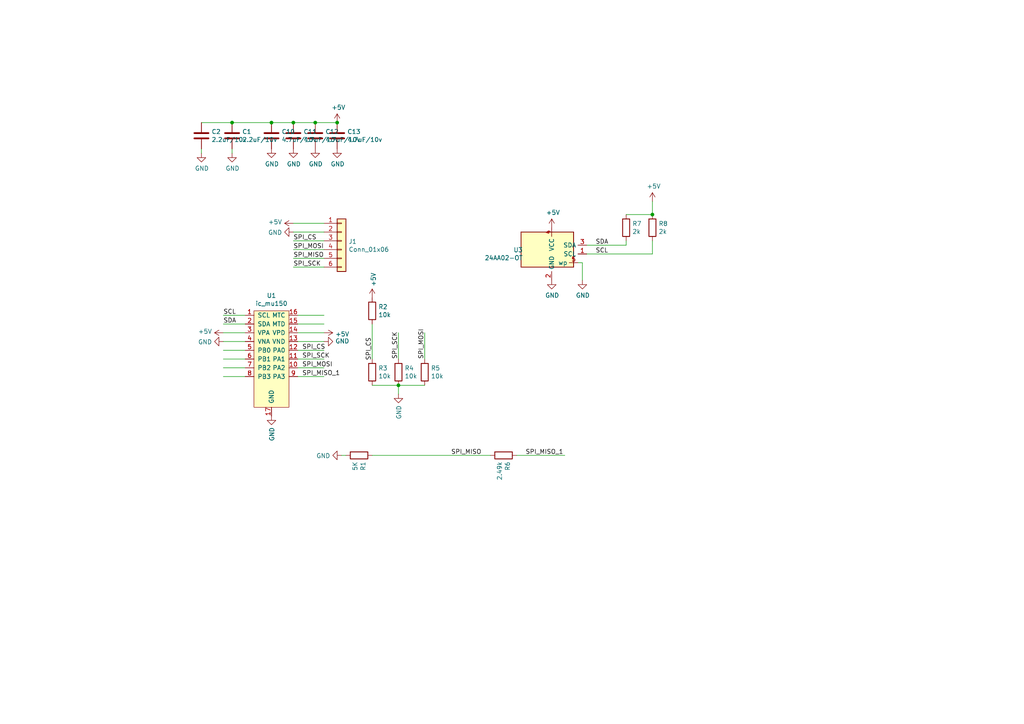
<source format=kicad_sch>
(kicad_sch (version 20231120) (generator "eeschema") (generator_version "8.0")
  (paper "A4")
  (lib_symbols
    (symbol "Connector_Generic:Conn_01x06" (pin_names (offset 1.016) hide)
      (property "Reference" "J" (at 0 7.62 0))
      (property "Value" "Conn_01x06" (at 0 -10.16 0))
      (symbol "Conn_01x06_1_1"
        (rectangle (start -1.27 -7.493) (end 0 -7.747) (stroke (width 0.1524)))
        (rectangle (start -1.27 -4.953) (end 0 -5.207) (stroke (width 0.1524)))
        (rectangle (start -1.27 -2.413) (end 0 -2.667) (stroke (width 0.1524)))
        (rectangle (start -1.27 0.127) (end 0 -0.127) (stroke (width 0.1524)))
        (rectangle (start -1.27 2.667) (end 0 2.413) (stroke (width 0.1524)))
        (rectangle (start -1.27 5.207) (end 0 4.953) (stroke (width 0.1524)))
        (rectangle (start -1.27 6.35) (end 1.27 -8.89) (stroke (width 0.254)) (fill (type background)))
        (pin passive line (at -5.08 5.08 0) (length 3.81) (name "Pin_1") (number "1"))
        (pin passive line (at -5.08 2.54 0) (length 3.81) (name "Pin_2") (number "2"))
        (pin passive line (at -5.08 0 0) (length 3.81) (name "Pin_3") (number "3"))
        (pin passive line (at -5.08 -2.54 0) (length 3.81) (name "Pin_4") (number "4"))
        (pin passive line (at -5.08 -5.08 0) (length 3.81) (name "Pin_5") (number "5"))
        (pin passive line (at -5.08 -7.62 0) (length 3.81) (name "Pin_6") (number "6"))
      )
    )
    (symbol "Device:C" (pin_numbers hide) (pin_names (offset 0.254))
      (property "Reference" "C" (at 0.635 2.54 0))
      (property "Value" "C" (at 0.635 -2.54 0))
      (symbol "C_0_1"
        (polyline (pts (xy -2.032 -0.762) (xy 2.032 -0.762)) (stroke (width 0.508)))
        (polyline (pts (xy -2.032 0.762) (xy 2.032 0.762)) (stroke (width 0.508)))
      )
      (symbol "C_1_1"
        (pin passive line (at 0 3.81 270) (length 2.794) (name "~") (number "1"))
        (pin passive line (at 0 -3.81 90) (length 2.794) (name "~") (number "2"))
      )
    )
    (symbol "Device:R" (pin_numbers hide) (pin_names (offset 0))
      (property "Reference" "R" (at 2.032 0 90))
      (property "Value" "R" (at 0 0 90))
      (symbol "R_0_1"
        (rectangle (start -1.016 -2.54) (end 1.016 2.54) (stroke (width 0.254)))
      )
      (symbol "R_1_1"
        (pin passive line (at 0 3.81 270) (length 1.27) (name "~") (number "1"))
        (pin passive line (at 0 -3.81 90) (length 1.27) (name "~") (number "2"))
      )
    )
    (symbol "new_0ffaxis-rescue:+5V-power" (power) (pin_names (offset 0))
      (property "Value" "power_+5V" (at 0 3.556 0))
      (symbol "+5V-power_0_1"
        (polyline (pts (xy -0.762 1.27) (xy 0 2.54)))
        (polyline (pts (xy 0 0) (xy 0 2.54)))
        (polyline (pts (xy 0 2.54) (xy 0.762 1.27)))
      )
      (symbol "+5V-power_1_1"
        (pin power_in line (at 0 0 90) (length 0) hide (name "+5V") (number "1"))
      )
    )
    (symbol "new_0ffaxis-rescue:+6V-power" (power) (pin_names (offset 0))
      (property "Value" "power_+6V" (at 0 3.556 0))
      (symbol "+6V-power_0_1"
        (polyline (pts (xy -0.762 1.27) (xy 0 2.54)))
        (polyline (pts (xy 0 0) (xy 0 2.54)))
        (polyline (pts (xy 0 2.54) (xy 0.762 1.27)))
      )
      (symbol "+6V-power_1_1"
        (pin power_in line (at 0 0 90) (length 0) hide (name "+6V") (number "1"))
      )
    )
    (symbol "new_0ffaxis-rescue:24AA02-OT-Memory_EEPROM"
      (property "Reference" "U3" (at -8.3566 1.1684 0))
      (property "Value" "24AA02-OT" (at -8.3566 -1.143 0))
      (symbol "24AA02-OT-Memory_EEPROM_1_1"
        (rectangle (start -8.89 6.35) (end 6.35 -3.81) (stroke (width 0.254)) (fill (type background)))
        (pin input line (at 10.16 0 180) (length 2.54) (name "SCL") (number "1"))
        (pin power_in line (at 0 -7.62 90) (length 2.54) (name "GND") (number "2"))
        (pin bidirectional line (at 10.16 2.54 180) (length 2.54) (name "SDA") (number "3"))
        (pin power_in line (at 0 7.62 270) (length 2.54) (name "VCC") (number "4"))
        (pin input line (at 7.62 -2.54 180) (length 2.54) (name "wp") (number "5"))
      )
    )
    (symbol "new_0ffaxis-rescue:GND-power" (power) (pin_names (offset 0))
      (property "Value" "power_GND" (at 0 -3.81 0))
      (symbol "GND-power_0_1"
        (polyline (pts (xy 0 0) (xy 0 -1.27) (xy 1.27 -1.27) (xy 0 -2.54) (xy -1.27 -1.27) (xy 0 -1.27)))
      )
      (symbol "GND-power_1_1"
        (pin power_in line (at 0 0 270) (length 0) hide (name "GND") (number "1"))
      )
    )
    (symbol "new_0ffaxis-rescue:ic_mu150-my_Library" (pin_names (offset 1.016))
      (property "Reference" "U" (at -1.27 11.43 0))
      (property "Value" "ic_mu150-my_Library" (at 0 -12.7 0))
      (symbol "ic_mu150-my_Library_0_1"
        (rectangle (start -5.08 8.89) (end 5.08 -19.05) (fill (type background)))
      )
      (symbol "ic_mu150-my_Library_1_1"
        (pin output line (at -7.62 7.62 0) (length 2.54) (name "SCL") (number "1"))
        (pin input line (at 7.62 -7.62 180) (length 2.54) (name "PA2") (number "10"))
        (pin input line (at 7.62 -5.08 180) (length 2.54) (name "PA1") (number "11"))
        (pin input line (at 7.62 -2.54 180) (length 2.54) (name "PA0") (number "12"))
        (pin power_in line (at 7.62 0 180) (length 2.54) (name "VND") (number "13"))
        (pin power_in line (at 7.62 2.54 180) (length 2.54) (name "VPD") (number "14"))
        (pin passive line (at 7.62 5.08 180) (length 2.54) (name "MTD") (number "15"))
        (pin passive line (at 7.62 7.62 180) (length 2.54) (name "MTC") (number "16"))
        (pin power_in line (at 0 -21.59 90) (length 2.54) (name "GND") (number "17"))
        (pin bidirectional line (at -7.62 5.08 0) (length 2.54) (name "SDA") (number "2"))
        (pin power_in line (at -7.62 2.54 0) (length 2.54) (name "VPA") (number "3"))
        (pin power_in line (at -7.62 0 0) (length 2.54) (name "VNA") (number "4"))
        (pin output line (at -7.62 -2.54 0) (length 2.54) (name "PB0") (number "5"))
        (pin output line (at -7.62 -5.08 0) (length 2.54) (name "PB1") (number "6"))
        (pin output line (at -7.62 -7.62 0) (length 2.54) (name "PB2") (number "7"))
        (pin output line (at -7.62 -10.16 0) (length 2.54) (name "PB3") (number "8"))
        (pin output line (at 7.62 -10.16 180) (length 2.54) (name "PA3") (number "9"))
      )
    )
  )
  (junction (at 78.74 35.56))
  (junction (at 91.44 35.56))
  (junction (at 67.31 35.56))
  (junction (at 189.23 62.23))
  (junction (at 115.57 111.76))
  (junction (at 97.79 35.56))
  (junction (at 85.09 35.56))
  (wire (pts (xy 86.36 91.44) (xy 93.98 91.44)))
  (wire (pts (xy 67.31 43.18) (xy 67.31 44.45)))
  (wire (pts (xy 107.95 111.76) (xy 115.57 111.76)))
  (wire (pts (xy 115.57 114.3) (xy 115.57 111.76)))
  (wire (pts (xy 86.36 96.52) (xy 93.98 96.52)))
  (wire (pts (xy 71.12 91.44) (xy 64.77 91.44)))
  (wire (pts (xy 168.91 76.2) (xy 168.91 81.28)))
  (wire (pts (xy 107.95 132.08) (xy 142.24 132.08)))
  (wire (pts (xy 189.23 73.66) (xy 189.23 69.85)))
  (wire (pts (xy 71.12 106.68) (xy 64.77 106.68)))
  (wire (pts (xy 170.18 73.66) (xy 189.23 73.66)))
  (wire (pts (xy 71.12 96.52) (xy 64.77 96.52)))
  (wire (pts (xy 71.12 104.14) (xy 64.77 104.14)))
  (wire (pts (xy 71.12 93.98) (xy 64.77 93.98)))
  (wire (pts (xy 86.36 101.6) (xy 93.98 101.6)))
  (wire (pts (xy 167.64 76.2) (xy 168.91 76.2)))
  (wire (pts (xy 170.18 71.12) (xy 181.61 71.12)))
  (wire (pts (xy 123.19 104.14) (xy 123.19 96.52)))
  (wire (pts (xy 91.44 35.56) (xy 97.79 35.56)))
  (wire (pts (xy 86.36 93.98) (xy 93.98 93.98)))
  (wire (pts (xy 93.98 67.31) (xy 85.09 67.31)))
  (wire (pts (xy 181.61 71.12) (xy 181.61 69.85)))
  (wire (pts (xy 58.42 43.18) (xy 58.42 44.45)))
  (wire (pts (xy 181.61 62.23) (xy 189.23 62.23)))
  (wire (pts (xy 107.95 93.98) (xy 107.95 104.14)))
  (wire (pts (xy 78.74 35.56) (xy 85.09 35.56)))
  (wire (pts (xy 115.57 111.76) (xy 123.19 111.76)))
  (wire (pts (xy 86.36 109.22) (xy 93.98 109.22)))
  (wire (pts (xy 71.12 99.06) (xy 64.77 99.06)))
  (wire (pts (xy 71.12 109.22) (xy 64.77 109.22)))
  (wire (pts (xy 115.57 104.14) (xy 115.57 96.52)))
  (wire (pts (xy 71.12 101.6) (xy 64.77 101.6)))
  (wire (pts (xy 100.33 132.08) (xy 99.06 132.08)))
  (wire (pts (xy 86.36 99.06) (xy 93.98 99.06)))
  (wire (pts (xy 67.31 35.56) (xy 78.74 35.56)))
  (wire (pts (xy 86.36 106.68) (xy 93.98 106.68)))
  (wire (pts (xy 149.86 132.08) (xy 163.83 132.08)))
  (wire (pts (xy 85.09 35.56) (xy 91.44 35.56)))
  (wire (pts (xy 58.42 35.56) (xy 67.31 35.56)))
  (wire (pts (xy 86.36 104.14) (xy 93.98 104.14)))
  (wire (pts (xy 93.98 77.47) (xy 85.09 77.47)))
  (wire (pts (xy 93.98 74.93) (xy 85.09 74.93)))
  (wire (pts (xy 93.98 64.77) (xy 85.09 64.77)))
  (wire (pts (xy 189.23 58.42) (xy 189.23 62.23)))
  (wire (pts (xy 93.98 69.85) (xy 85.09 69.85)))
  (wire (pts (xy 93.98 72.39) (xy 85.09 72.39)))
  (label "SCL" (at 64.77 91.44 0))
  (label "SPI_MISO_1" (at 152.4 132.08 0))
  (label "SPI_SCK" (at 85.09 77.47 0))
  (label "SDA" (at 64.77 93.98 0))
  (label "SPI_MISO" (at 85.09 74.93 0))
  (label "SPI_CS" (at 85.09 69.85 0))
  (label "SPI_MOSI" (at 123.19 104.14 90))
  (label "SDA" (at 172.72 71.12 0))
  (label "SCL" (at 172.72 73.66 0))
  (label "SPI_MOSI" (at 85.09 72.39 0))
  (label "SPI_MISO_1" (at 87.63 109.22 0))
  (label "SPI_CS" (at 107.95 97.79 270))
  (label "SPI_SCK" (at 115.57 104.14 90))
  (label "SPI_MOSI" (at 87.63 106.68 0))
  (label "SPI_MISO" (at 130.81 132.08 0))
  (label "SPI_CS" (at 87.63 101.6 0))
  (label "SPI_SCK" (at 87.63 104.14 0))
  (symbol (lib_id "Device:C") (at 58.42 39.37 0) (unit 1)
    (property "Reference" "C2" (at 61.341 38.2016 0) (effects (justify left)))
    (property "Value" "2.2uF/10v" (at 61.341 40.513 0) (effects (justify left)))
    (property "Footprint" "Capacitor_SMD:C_0201_0603Metric" (effects (hide yes)))
  )
  (symbol (lib_id "new_0ffaxis-rescue:+6V-power") (at 85.09 64.77 90) (unit 1)
    (property "Reference" "#PWR08" (effects (hide yes)))
    (property "Value" "+5V" (at 81.8388 64.389 90) (effects (justify left)))
  )
  (symbol (lib_id "Device:C") (at 97.79 39.37 0) (unit 1)
    (property "Reference" "C13" (at 100.711 38.2016 0) (effects (justify left)))
    (property "Value" "4.7uF/10v" (at 100.711 40.513 0) (effects (justify left)))
    (property "Footprint" "Capacitor_SMD:C_0402_1005Metric" (effects (hide yes)))
  )
  (symbol (lib_id "new_0ffaxis-rescue:GND-power") (at 78.74 120.65 0) (unit 1)
    (property "Reference" "#PWR06" (effects (hide yes)))
    (property "Value" "GND" (at 78.867 123.9012 90) (effects (justify right)))
  )
  (symbol (lib_id "new_0ffaxis-rescue:+5V-power") (at 107.95 86.36 0) (unit 1)
    (property "Reference" "#PWR013" (effects (hide yes)))
    (property "Value" "+5V" (at 108.331 83.1088 90) (effects (justify left)))
  )
  (symbol (lib_id "Device:R") (at 181.61 66.04 0) (unit 1)
    (property "Reference" "R7" (at 183.388 64.8716 0) (effects (justify left)))
    (property "Value" "2k" (at 183.388 67.183 0) (effects (justify left)))
    (property "Footprint" "Resistor_SMD:R_0402_1005Metric" (effects (hide yes)))
  )
  (symbol (lib_id "Device:R") (at 107.95 107.95 0) (unit 1)
    (property "Reference" "R3" (at 109.728 106.7816 0) (effects (justify left)))
    (property "Value" "10k" (at 109.728 109.093 0) (effects (justify left)))
    (property "Footprint" "Resistor_SMD:R_0402_1005Metric" (effects (hide yes)))
  )
  (symbol (lib_id "Connector_Generic:Conn_01x06") (at 99.06 69.85 0) (unit 1)
    (property "Reference" "J1" (at 101.092 70.0532 0) (effects (justify left)))
    (property "Value" "Conn_01x06" (at 101.092 72.3646 0) (effects (justify left)))
    (property "Footprint" "Connector_PinSocket_1.27mm:PinSocket_1x06_P1.27mm_Vertical" (effects (hide yes)))
  )
  (symbol (lib_id "new_0ffaxis-rescue:GND-power") (at 115.57 114.3 0) (unit 1)
    (property "Reference" "#PWR014" (effects (hide yes)))
    (property "Value" "GND" (at 115.697 117.5512 90) (effects (justify right)))
  )
  (symbol (lib_id "new_0ffaxis-rescue:GND-power") (at 85.09 43.18 0) (unit 1)
    (property "Reference" "#PWR021" (effects (hide yes)))
    (property "Value" "GND" (at 85.217 47.5742 0))
  )
  (symbol (lib_id "Device:C") (at 85.09 39.37 0) (unit 1)
    (property "Reference" "C11" (at 88.011 38.2016 0) (effects (justify left)))
    (property "Value" "4.7uF/10v" (at 88.011 40.513 0) (effects (justify left)))
    (property "Footprint" "Capacitor_SMD:C_0402_1005Metric" (effects (hide yes)))
  )
  (symbol (lib_id "new_0ffaxis-rescue:GND-power") (at 91.44 43.18 0) (unit 1)
    (property "Reference" "#PWR024" (effects (hide yes)))
    (property "Value" "GND" (at 91.567 47.5742 0))
  )
  (symbol (lib_id "new_0ffaxis-rescue:GND-power") (at 58.42 44.45 0) (unit 1)
    (property "Reference" "#PWR01" (effects (hide yes)))
    (property "Value" "GND" (at 58.547 48.8442 0))
  )
  (symbol (lib_id "new_0ffaxis-rescue:+5V-power") (at 189.23 58.42 0) (unit 1)
    (property "Reference" "#PWR027" (effects (hide yes)))
    (property "Value" "+5V" (at 189.611 54.0258 0))
  )
  (symbol (lib_id "new_0ffaxis-rescue:+5V-power") (at 160.02 66.04 0) (unit 1)
    (property "Reference" "#PWR022" (effects (hide yes)))
    (property "Value" "+5V" (at 160.401 61.6458 0))
  )
  (symbol (lib_id "new_0ffaxis-rescue:GND-power") (at 99.06 132.08 270) (unit 1)
    (property "Reference" "#PWR012" (effects (hide yes)))
    (property "Value" "GND" (at 95.8088 132.207 90) (effects (justify right)))
  )
  (symbol (lib_id "new_0ffaxis-rescue:GND-power") (at 78.74 43.18 0) (unit 1)
    (property "Reference" "#PWR020" (effects (hide yes)))
    (property "Value" "GND" (at 78.867 47.5742 0))
  )
  (symbol (lib_id "new_0ffaxis-rescue:+5V-power") (at 93.98 96.52 270) (unit 1)
    (property "Reference" "#PWR010" (effects (hide yes)))
    (property "Value" "+5V" (at 97.2312 96.901 90) (effects (justify left)))
  )
  (symbol (lib_id "new_0ffaxis-rescue:GND-power") (at 160.02 81.28 0) (unit 1)
    (property "Reference" "#PWR023" (effects (hide yes)))
    (property "Value" "GND" (at 160.147 85.6742 0))
  )
  (symbol (lib_id "new_0ffaxis-rescue:GND-power") (at 97.79 43.18 0) (unit 1)
    (property "Reference" "#PWR026" (effects (hide yes)))
    (property "Value" "GND" (at 97.917 47.5742 0))
  )
  (symbol (lib_id "new_0ffaxis-rescue:GND-power") (at 64.77 99.06 270) (unit 1)
    (property "Reference" "#PWR03" (effects (hide yes)))
    (property "Value" "GND" (at 61.5188 99.187 90) (effects (justify right)))
  )
  (symbol (lib_id "Device:R") (at 146.05 132.08 270) (unit 1)
    (property "Reference" "R6" (at 147.2184 133.858 0) (effects (justify left)))
    (property "Value" "2.49k" (at 144.907 133.858 0) (effects (justify left)))
    (property "Footprint" "Resistor_SMD:R_0402_1005Metric" (effects (hide yes)))
  )
  (symbol (lib_id "new_0ffaxis-rescue:ic_mu150-my_Library") (at 78.74 99.06 0) (unit 1)
    (property "Reference" "U1" (at 78.74 85.725 0))
    (property "Value" "ic_mu150" (at 78.74 88.0364 0))
    (property "Footprint" "Package_DFN_QFN:DFN-16-1EP_5x5mm_P0.5mm_EP3.46x4mm" (effects (hide yes)))
  )
  (symbol (lib_id "Device:R") (at 107.95 90.17 0) (unit 1)
    (property "Reference" "R2" (at 109.728 89.0016 0) (effects (justify left)))
    (property "Value" "10k" (at 109.728 91.313 0) (effects (justify left)))
    (property "Footprint" "Resistor_SMD:R_0402_1005Metric" (effects (hide yes)))
  )
  (symbol (lib_id "new_0ffaxis-rescue:GND-power") (at 93.98 99.06 90) (unit 1)
    (property "Reference" "#PWR011" (effects (hide yes)))
    (property "Value" "GND" (at 97.2312 98.933 90) (effects (justify right)))
  )
  (symbol (lib_id "new_0ffaxis-rescue:24AA02-OT-Memory_EEPROM") (at 160.02 73.66 0) (unit 1)
    (property "Reference" "U3" (at 151.6634 72.4916 0) (effects (justify right)))
    (property "Value" "24AA02-OT" (at 151.6634 74.803 0) (effects (justify right)))
    (property "Footprint" "Package_TO_SOT_SMD:SOT-23-5" (effects (hide yes)))
    (property "Datasheet" "http://ww1.microchip.com/downloads/en/DeviceDoc/21709J.pdf" (effects (hide yes)))
  )
  (symbol (lib_id "new_0ffaxis-rescue:GND-power") (at 85.09 67.31 270) (unit 1)
    (property "Reference" "#PWR09" (effects (hide yes)))
    (property "Value" "GND" (at 81.8388 67.437 90) (effects (justify right)))
  )
  (symbol (lib_id "Device:R") (at 115.57 107.95 0) (unit 1)
    (property "Reference" "R4" (at 117.348 106.7816 0) (effects (justify left)))
    (property "Value" "10k" (at 117.348 109.093 0) (effects (justify left)))
    (property "Footprint" "Resistor_SMD:R_0402_1005Metric" (effects (hide yes)))
  )
  (symbol (lib_id "new_0ffaxis-rescue:+5V-power") (at 97.79 35.56 0) (unit 1)
    (property "Reference" "#PWR025" (effects (hide yes)))
    (property "Value" "+5V" (at 98.171 31.1658 0))
  )
  (symbol (lib_id "Device:C") (at 78.74 39.37 0) (unit 1)
    (property "Reference" "C10" (at 81.661 38.2016 0) (effects (justify left)))
    (property "Value" "4.7uF/10v" (at 81.661 40.513 0) (effects (justify left)))
    (property "Footprint" "Capacitor_SMD:C_0402_1005Metric" (effects (hide yes)))
  )
  (symbol (lib_id "new_0ffaxis-rescue:+5V-power") (at 64.77 96.52 90) (unit 1)
    (property "Reference" "#PWR02" (effects (hide yes)))
    (property "Value" "+5V" (at 61.5188 96.139 90) (effects (justify left)))
  )
  (symbol (lib_id "new_0ffaxis-rescue:GND-power") (at 168.91 81.28 0) (unit 1)
    (property "Reference" "#PWR05" (effects (hide yes)))
    (property "Value" "GND" (at 169.037 85.6742 0))
  )
  (symbol (lib_id "new_0ffaxis-rescue:GND-power") (at 67.31 44.45 0) (unit 1)
    (property "Reference" "#PWR04" (effects (hide yes)))
    (property "Value" "GND" (at 67.437 48.8442 0))
  )
  (symbol (lib_id "Device:R") (at 104.14 132.08 270) (unit 1)
    (property "Reference" "R1" (at 105.3084 133.858 0) (effects (justify left)))
    (property "Value" "5K" (at 102.997 133.858 0) (effects (justify left)))
    (property "Footprint" "Resistor_SMD:R_0402_1005Metric" (effects (hide yes)))
  )
  (symbol (lib_id "Device:C") (at 67.31 39.37 0) (unit 1)
    (property "Reference" "C1" (at 70.231 38.2016 0) (effects (justify left)))
    (property "Value" "2.2uF/10v" (at 70.231 40.513 0) (effects (justify left)))
    (property "Footprint" "Capacitor_SMD:C_0201_0603Metric" (effects (hide yes)))
  )
  (symbol (lib_id "Device:R") (at 189.23 66.04 0) (unit 1)
    (property "Reference" "R8" (at 191.008 64.8716 0) (effects (justify left)))
    (property "Value" "2k" (at 191.008 67.183 0) (effects (justify left)))
    (property "Footprint" "Resistor_SMD:R_0402_1005Metric" (effects (hide yes)))
  )
  (symbol (lib_id "Device:C") (at 91.44 39.37 0) (unit 1)
    (property "Reference" "C12" (at 94.361 38.2016 0) (effects (justify left)))
    (property "Value" "4.7uF/10v" (at 94.361 40.513 0) (effects (justify left)))
    (property "Footprint" "Capacitor_SMD:C_0402_1005Metric" (effects (hide yes)))
  )
  (symbol (lib_id "Device:R") (at 123.19 107.95 0) (unit 1)
    (property "Reference" "R5" (at 124.968 106.7816 0) (effects (justify left)))
    (property "Value" "10k" (at 124.968 109.093 0) (effects (justify left)))
    (property "Footprint" "Resistor_SMD:R_0402_1005Metric" (effects (hide yes)))
  )
)
</source>
